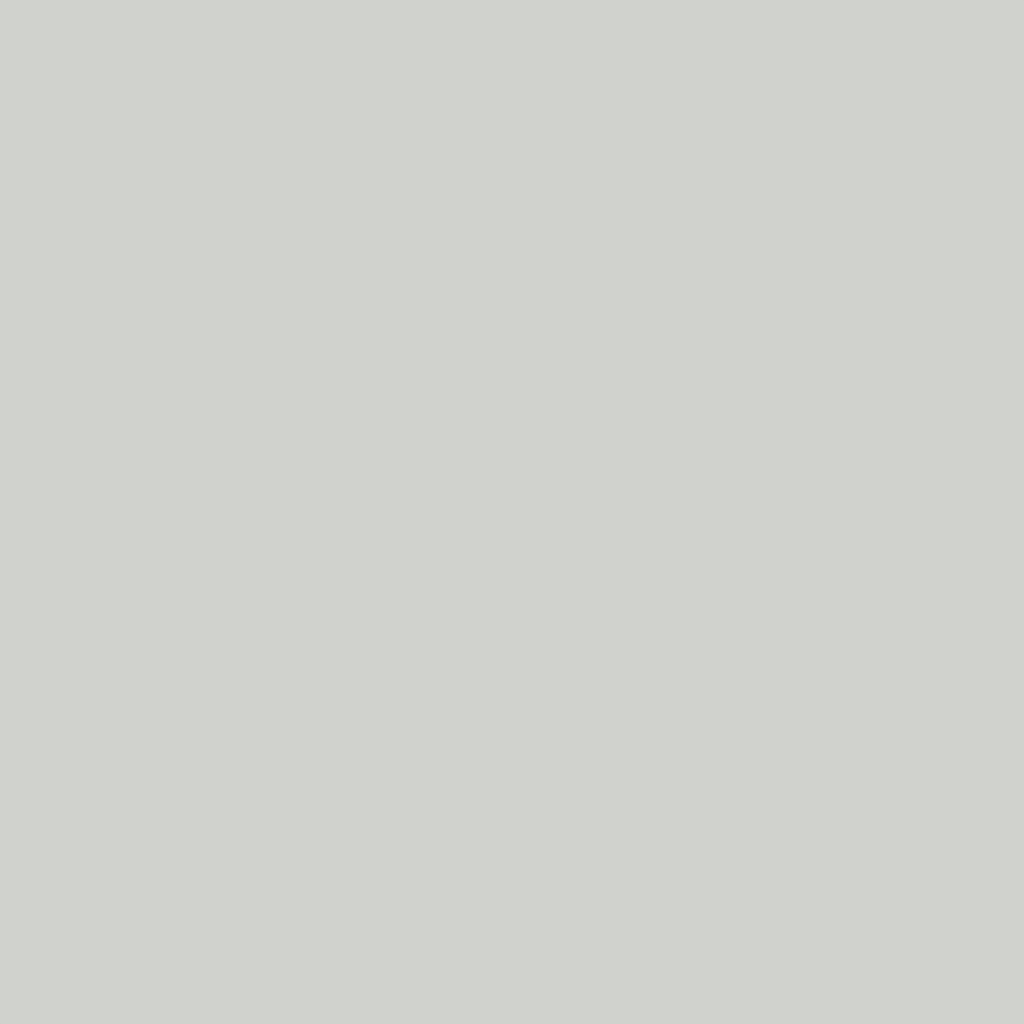
<source format=kicad_pcb>
(kicad_pcb
	(version 20240108)
	(generator "pcbnew")
	(generator_version "8.0")
	(general
		(thickness 1.6)
		(legacy_teardrops no)
	)
	(paper "A4")
	(layers
		(0 "F.Cu" signal)
		(31 "B.Cu" signal)
		(32 "B.Adhes" user "B.Adhesive")
		(33 "F.Adhes" user "F.Adhesive")
		(34 "B.Paste" user)
		(35 "F.Paste" user)
		(36 "B.SilkS" user "B.Silkscreen")
		(37 "F.SilkS" user "F.Silkscreen")
		(38 "B.Mask" user)
		(39 "F.Mask" user)
		(40 "Dwgs.User" user "User.Drawings")
		(41 "Cmts.User" user "User.Comments")
		(42 "Eco1.User" user "User.Eco1")
		(43 "Eco2.User" user "User.Eco2")
		(44 "Edge.Cuts" user)
		(45 "Margin" user)
		(46 "B.CrtYd" user "B.Courtyard")
		(47 "F.CrtYd" user "F.Courtyard")
		(48 "B.Fab" user)
		(49 "F.Fab" user)
		(50 "User.1" user)
		(51 "User.2" user)
		(52 "User.3" user)
		(53 "User.4" user)
		(54 "User.5" user)
		(55 "User.6" user)
		(56 "User.7" user)
		(57 "User.8" user)
		(58 "User.9" user)
	)
	(setup
		(stackup
			(layer "F.SilkS"
				(type "Top Silk Screen")
			)
			(layer "F.Paste"
				(type "Top Solder Paste")
			)
			(layer "F.Mask"
				(type "Top Solder Mask")
				(thickness 0.01)
			)
			(layer "F.Cu"
				(type "copper")
				(thickness 0.035)
			)
			(layer "dielectric 1"
				(type "core")
				(thickness 1.51)
				(material "FR4")
				(epsilon_r 4.5)
				(loss_tangent 0.02)
			)
			(layer "B.Cu"
				(type "copper")
				(thickness 0.035)
			)
			(layer "B.Mask"
				(type "Bottom Solder Mask")
				(thickness 0.01)
			)
			(layer "B.Paste"
				(type "Bottom Solder Paste")
			)
			(layer "B.SilkS"
				(type "Bottom Silk Screen")
			)
			(copper_finish "None")
			(dielectric_constraints no)
		)
	)
	(net 0 "")
	(net 1 "Net-(U1-THR)")
	(net 2 "GND")
	(net 3 "Net-(D1-A)")
	(net 4 "Net-(U1-DIS)")
	(net 5 "+5V")
	(net 6 "Net-(U1-Q)")
	(net 7 "unconnected-(U1-CV-Pad5)")
	
	(gr_rect 
		(start 0 0) 
		(end 100 100)
		(stroke 
			(width 0.2) 
			(type default)
		) 
		(fill solid) 
		(layer "F.Cu") 
		(tstamp e5c67c06-23d4-4ece-90f7-4290e15b68e6)
	)
	(gr_rect 
		(start 0 0) 
		(end 100 100)
		(stroke 
			(width 0.2) 
			(type default)
		) 
		(fill solid) 
		(layer "B.Cu") 
		(tstamp e5c67c06-23d4-4ece-90f7-4290e15b68e6)
	)
	(gr_rect 
		(start 0 0) 
		(end 100 100)
		(stroke 
			(width 0.2) 
			(type default)
		) 
		(fill solid) 
		(layer "B.Adhes") 
		(tstamp e5c67c06-23d4-4ece-90f7-4290e15b68e6)
	)
	(gr_rect 
		(start 0 0) 
		(end 100 100)
		(stroke 
			(width 0.2) 
			(type default)
		) 
		(fill solid) 
		(layer "B.Adhes") 
		(tstamp e5c67c06-23d4-4ece-90f7-4290e15b68e6)
	)
	(gr_rect 
		(start 0 0) 
		(end 100 100)
		(stroke 
			(width 0.2) 
			(type default)
		) 
		(fill solid) 
		(layer "B.Paste") 
		(tstamp e5c67c06-23d4-4ece-90f7-4290e15b68e6)
	)
	(gr_rect 
		(start 0 0) 
		(end 100 100)
		(stroke 
			(width 0.2) 
			(type default)
		) 
		(fill solid) 
		(layer "F.Paste") 
		(tstamp e5c67c06-23d4-4ece-90f7-4290e15b68e6)
	)
	(gr_rect 
		(start 0 0) 
		(end 100 100)
		(stroke 
			(width 0.2) 
			(type default)
		) 
		(fill solid) 
		(layer "B.SilkS") 
		(tstamp e5c67c06-23d4-4ece-90f7-4290e15b68e6)
	)
	(gr_rect 
		(start 0 0) 
		(end 100 100)
		(stroke 
			(width 0.2) 
			(type default)
		) 
		(fill solid) 
		(layer "F.SilkS") 
		(tstamp e5c67c06-23d4-4ece-90f7-4290e15b68e6)
	)
	(gr_rect 
		(start 0 0) 
		(end 100 100)
		(stroke 
			(width 0.2) 
			(type default)
		) 
		(fill solid) 
		(layer "B.Mask") 
		(tstamp e5c67c06-23d4-4ece-90f7-4290e15b68e6)
	)
	(gr_rect 
		(start 0 0) 
		(end 100 100)
		(stroke 
			(width 0.2) 
			(type default)
		) 
		(fill solid) 
		(layer "F.Mask") 
		(tstamp e5c67c06-23d4-4ece-90f7-4290e15b68e6)
	)
	(gr_rect 
		(start 0 0) 
		(end 100 100)
		(stroke 
			(width 0.2) 
			(type default)
		) 
		(fill solid) 
		(layer "Dwgs.User") 
		(tstamp e5c67c06-23d4-4ece-90f7-4290e15b68e6)
	)
	(gr_rect 
		(start 0 0) 
		(end 100 100)
		(stroke 
			(width 0.2) 
			(type default)
		) 
		(fill solid) 
		(layer "Cmts.User") 
		(tstamp e5c67c06-23d4-4ece-90f7-4290e15b68e6)
	)
	(gr_rect 
		(start 0 0) 
		(end 100 100)
		(stroke 
			(width 0.2) 
			(type default)
		) 
		(fill solid) 
		(layer "Eco1.User") 
		(tstamp e5c67c06-23d4-4ece-90f7-4290e15b68e6)
	)
	(gr_rect 
		(start 0 0) 
		(end 100 100)
		(stroke 
			(width 0.2) 
			(type default)
		) 
		(fill solid) 
		(layer "Eco2.User") 
		(tstamp e5c67c06-23d4-4ece-90f7-4290e15b68e6)
	)
	(gr_rect 
		(start 0 0) 
		(end 100 100)
		(stroke 
			(width 0.2) 
			(type default)
		) 
		(fill solid) 
		(layer "Edge.Cuts") 
		(tstamp e5c67c06-23d4-4ece-90f7-4290e15b68e6)
	)
	(gr_rect 
		(start 0 0) 
		(end 100 100)
		(stroke 
			(width 0.2) 
			(type default)
		) 
		(fill solid) 
		(layer "Margin") 
		(tstamp e5c67c06-23d4-4ece-90f7-4290e15b68e6)
	)
	(gr_rect 
		(start 0 0) 
		(end 100 100)
		(stroke 
			(width 0.2) 
			(type default)
		) 
		(fill solid) 
		(layer "B.CrtYd") 
		(tstamp e5c67c06-23d4-4ece-90f7-4290e15b68e6)
	)
	(gr_rect 
		(start 0 0) 
		(end 100 100)
		(stroke 
			(width 0.2) 
			(type default)
		) 
		(fill solid) 
		(layer "F.CrtYd") 
		(tstamp e5c67c06-23d4-4ece-90f7-4290e15b68e6)
	)
	(gr_rect 
		(start 0 0) 
		(end 100 100)
		(stroke 
			(width 0.2) 
			(type default)
		) 
		(fill solid) 
		(layer "B.Fab") 
		(tstamp e5c67c06-23d4-4ece-90f7-4290e15b68e6)
	)
	(gr_rect 
		(start 0 0) 
		(end 100 100)
		(stroke 
			(width 0.2) 
			(type default)
		) 
		(fill solid) 
		(layer "F.Fab") 
		(tstamp e5c67c06-23d4-4ece-90f7-4290e15b68e6)
	)
	(gr_rect 
		(start 0 0) 
		(end 100 100)
		(stroke 
			(width 0.2) 
			(type default)
		) 
		(fill solid) 
		(layer "User.1") 
		(tstamp e5c67c06-23d4-4ece-90f7-4290e15b68e6)
	)
	(gr_rect 
		(start 0 0) 
		(end 100 100)
		(stroke 
			(width 0.2) 
			(type default)
		) 
		(fill solid) 
		(layer "User.2") 
		(tstamp e5c67c06-23d4-4ece-90f7-4290e15b68e6)
	)
	(gr_rect 
		(start 0 0) 
		(end 100 100)
		(stroke 
			(width 0.2) 
			(type default)
		) 
		(fill solid) 
		(layer "User.3") 
		(tstamp e5c67c06-23d4-4ece-90f7-4290e15b68e6)
	)
	(gr_rect 
		(start 0 0) 
		(end 100 100)
		(stroke 
			(width 0.2) 
			(type default)
		) 
		(fill solid) 
		(layer "User.4") 
		(tstamp e5c67c06-23d4-4ece-90f7-4290e15b68e6)
	)(gr_rect 
		(start 0 0) 
		(end 100 100)
		(stroke 
			(width 0.2) 
			(type default)
		) 
		(fill solid) 
		(layer "User.5") 
		(tstamp e5c67c06-23d4-4ece-90f7-4290e15b68e6)
	)
	(gr_rect 
		(start 0 0) 
		(end 100 100)
		(stroke 
			(width 0.2) 
			(type default)
		) 
		(fill solid) 
		(layer "User.6") 
		(tstamp e5c67c06-23d4-4ece-90f7-4290e15b68e6)
	)
	(gr_rect 
		(start 0 0) 
		(end 100 100)
		(stroke 
			(width 0.2) 
			(type default)
		) 
		(fill solid) 
		(layer "User.7") 
		(tstamp e5c67c06-23d4-4ece-90f7-4290e15b68e6)
	)
	(gr_rect 
		(start 0 0) 
		(end 100 100)
		(stroke 
			(width 0.2) 
			(type default)
		) 
		(fill solid) 
		(layer "User.8") 
		(tstamp e5c67c06-23d4-4ece-90f7-4290e15b68e6)
	)
	(gr_rect 
		(start 0 0) 
		(end 100 100)
		(stroke 
			(width 0.2) 
			(type default)
		) 
		(fill solid) 
		(layer "User.9") 
		(tstamp e5c67c06-23d4-4ece-90f7-4290e15b68e6)
	)
)

</source>
